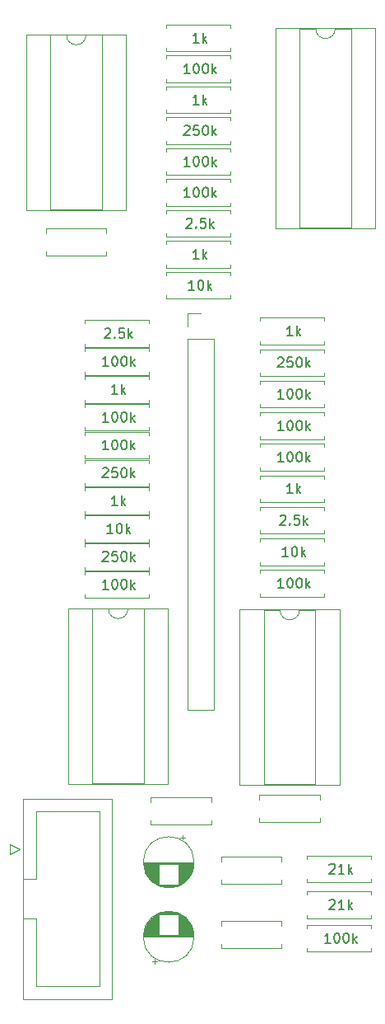
<source format=gbr>
%TF.GenerationSoftware,KiCad,Pcbnew,(6.0.0)*%
%TF.CreationDate,2022-10-17T09:45:21-04:00*%
%TF.ProjectId,ASVCA,41535643-412e-46b6-9963-61645f706362,rev?*%
%TF.SameCoordinates,Original*%
%TF.FileFunction,Legend,Top*%
%TF.FilePolarity,Positive*%
%FSLAX46Y46*%
G04 Gerber Fmt 4.6, Leading zero omitted, Abs format (unit mm)*
G04 Created by KiCad (PCBNEW (6.0.0)) date 2022-10-17 09:45:21*
%MOMM*%
%LPD*%
G01*
G04 APERTURE LIST*
%ADD10C,0.150000*%
%ADD11C,0.120000*%
G04 APERTURE END LIST*
D10*
%TO.C,R3*%
X83224333Y-110799619D02*
X83271952Y-110752000D01*
X83367190Y-110704380D01*
X83605285Y-110704380D01*
X83700523Y-110752000D01*
X83748142Y-110799619D01*
X83795761Y-110894857D01*
X83795761Y-110990095D01*
X83748142Y-111132952D01*
X83176714Y-111704380D01*
X83795761Y-111704380D01*
X84748142Y-111704380D02*
X84176714Y-111704380D01*
X84462428Y-111704380D02*
X84462428Y-110704380D01*
X84367190Y-110847238D01*
X84271952Y-110942476D01*
X84176714Y-110990095D01*
X85176714Y-111704380D02*
X85176714Y-110704380D01*
X85271952Y-111323428D02*
X85557666Y-111704380D01*
X85557666Y-111037714D02*
X85176714Y-111418666D01*
%TO.C,R25*%
X78493571Y-66174880D02*
X77922142Y-66174880D01*
X78207857Y-66174880D02*
X78207857Y-65174880D01*
X78112619Y-65317738D01*
X78017380Y-65412976D01*
X77922142Y-65460595D01*
X79112619Y-65174880D02*
X79207857Y-65174880D01*
X79303095Y-65222500D01*
X79350714Y-65270119D01*
X79398333Y-65365357D01*
X79445952Y-65555833D01*
X79445952Y-65793928D01*
X79398333Y-65984404D01*
X79350714Y-66079642D01*
X79303095Y-66127261D01*
X79207857Y-66174880D01*
X79112619Y-66174880D01*
X79017380Y-66127261D01*
X78969761Y-66079642D01*
X78922142Y-65984404D01*
X78874523Y-65793928D01*
X78874523Y-65555833D01*
X78922142Y-65365357D01*
X78969761Y-65270119D01*
X79017380Y-65222500D01*
X79112619Y-65174880D01*
X80065000Y-65174880D02*
X80160238Y-65174880D01*
X80255476Y-65222500D01*
X80303095Y-65270119D01*
X80350714Y-65365357D01*
X80398333Y-65555833D01*
X80398333Y-65793928D01*
X80350714Y-65984404D01*
X80303095Y-66079642D01*
X80255476Y-66127261D01*
X80160238Y-66174880D01*
X80065000Y-66174880D01*
X79969761Y-66127261D01*
X79922142Y-66079642D01*
X79874523Y-65984404D01*
X79826904Y-65793928D01*
X79826904Y-65555833D01*
X79874523Y-65365357D01*
X79922142Y-65270119D01*
X79969761Y-65222500D01*
X80065000Y-65174880D01*
X80826904Y-66174880D02*
X80826904Y-65174880D01*
X80922142Y-65793928D02*
X81207857Y-66174880D01*
X81207857Y-65508214D02*
X80826904Y-65889166D01*
%TO.C,R30*%
X79445952Y-56459380D02*
X78874523Y-56459380D01*
X79160238Y-56459380D02*
X79160238Y-55459380D01*
X79065000Y-55602238D01*
X78969761Y-55697476D01*
X78874523Y-55745095D01*
X79874523Y-56459380D02*
X79874523Y-55459380D01*
X79969761Y-56078428D02*
X80255476Y-56459380D01*
X80255476Y-55792714D02*
X79874523Y-56173666D01*
%TO.C,R10*%
X59888142Y-78725019D02*
X59935761Y-78677400D01*
X60031000Y-78629780D01*
X60269095Y-78629780D01*
X60364333Y-78677400D01*
X60411952Y-78725019D01*
X60459571Y-78820257D01*
X60459571Y-78915495D01*
X60411952Y-79058352D01*
X59840523Y-79629780D01*
X60459571Y-79629780D01*
X61364333Y-78629780D02*
X60888142Y-78629780D01*
X60840523Y-79105971D01*
X60888142Y-79058352D01*
X60983380Y-79010733D01*
X61221476Y-79010733D01*
X61316714Y-79058352D01*
X61364333Y-79105971D01*
X61411952Y-79201209D01*
X61411952Y-79439304D01*
X61364333Y-79534542D01*
X61316714Y-79582161D01*
X61221476Y-79629780D01*
X60983380Y-79629780D01*
X60888142Y-79582161D01*
X60840523Y-79534542D01*
X62031000Y-78629780D02*
X62126238Y-78629780D01*
X62221476Y-78677400D01*
X62269095Y-78725019D01*
X62316714Y-78820257D01*
X62364333Y-79010733D01*
X62364333Y-79248828D01*
X62316714Y-79439304D01*
X62269095Y-79534542D01*
X62221476Y-79582161D01*
X62126238Y-79629780D01*
X62031000Y-79629780D01*
X61935761Y-79582161D01*
X61888142Y-79534542D01*
X61840523Y-79439304D01*
X61792904Y-79248828D01*
X61792904Y-79010733D01*
X61840523Y-78820257D01*
X61888142Y-78725019D01*
X61935761Y-78677400D01*
X62031000Y-78629780D01*
X62792904Y-79629780D02*
X62792904Y-78629780D01*
X62888142Y-79248828D02*
X63173857Y-79629780D01*
X63173857Y-78963114D02*
X62792904Y-79344066D01*
%TO.C,R2*%
X78493571Y-82367380D02*
X77922142Y-82367380D01*
X78207857Y-82367380D02*
X78207857Y-81367380D01*
X78112619Y-81510238D01*
X78017380Y-81605476D01*
X77922142Y-81653095D01*
X79112619Y-81367380D02*
X79207857Y-81367380D01*
X79303095Y-81415000D01*
X79350714Y-81462619D01*
X79398333Y-81557857D01*
X79445952Y-81748333D01*
X79445952Y-81986428D01*
X79398333Y-82176904D01*
X79350714Y-82272142D01*
X79303095Y-82319761D01*
X79207857Y-82367380D01*
X79112619Y-82367380D01*
X79017380Y-82319761D01*
X78969761Y-82272142D01*
X78922142Y-82176904D01*
X78874523Y-81986428D01*
X78874523Y-81748333D01*
X78922142Y-81557857D01*
X78969761Y-81462619D01*
X79017380Y-81415000D01*
X79112619Y-81367380D01*
X80065000Y-81367380D02*
X80160238Y-81367380D01*
X80255476Y-81415000D01*
X80303095Y-81462619D01*
X80350714Y-81557857D01*
X80398333Y-81748333D01*
X80398333Y-81986428D01*
X80350714Y-82176904D01*
X80303095Y-82272142D01*
X80255476Y-82319761D01*
X80160238Y-82367380D01*
X80065000Y-82367380D01*
X79969761Y-82319761D01*
X79922142Y-82272142D01*
X79874523Y-82176904D01*
X79826904Y-81986428D01*
X79826904Y-81748333D01*
X79874523Y-81557857D01*
X79922142Y-81462619D01*
X79969761Y-81415000D01*
X80065000Y-81367380D01*
X80826904Y-82367380D02*
X80826904Y-81367380D01*
X80922142Y-81986428D02*
X81207857Y-82367380D01*
X81207857Y-81700714D02*
X80826904Y-82081666D01*
%TO.C,R24*%
X78493571Y-62936380D02*
X77922142Y-62936380D01*
X78207857Y-62936380D02*
X78207857Y-61936380D01*
X78112619Y-62079238D01*
X78017380Y-62174476D01*
X77922142Y-62222095D01*
X79112619Y-61936380D02*
X79207857Y-61936380D01*
X79303095Y-61984000D01*
X79350714Y-62031619D01*
X79398333Y-62126857D01*
X79445952Y-62317333D01*
X79445952Y-62555428D01*
X79398333Y-62745904D01*
X79350714Y-62841142D01*
X79303095Y-62888761D01*
X79207857Y-62936380D01*
X79112619Y-62936380D01*
X79017380Y-62888761D01*
X78969761Y-62841142D01*
X78922142Y-62745904D01*
X78874523Y-62555428D01*
X78874523Y-62317333D01*
X78922142Y-62126857D01*
X78969761Y-62031619D01*
X79017380Y-61984000D01*
X79112619Y-61936380D01*
X80065000Y-61936380D02*
X80160238Y-61936380D01*
X80255476Y-61984000D01*
X80303095Y-62031619D01*
X80350714Y-62126857D01*
X80398333Y-62317333D01*
X80398333Y-62555428D01*
X80350714Y-62745904D01*
X80303095Y-62841142D01*
X80255476Y-62888761D01*
X80160238Y-62936380D01*
X80065000Y-62936380D01*
X79969761Y-62888761D01*
X79922142Y-62841142D01*
X79874523Y-62745904D01*
X79826904Y-62555428D01*
X79826904Y-62317333D01*
X79874523Y-62126857D01*
X79922142Y-62031619D01*
X79969761Y-61984000D01*
X80065000Y-61936380D01*
X80826904Y-62936380D02*
X80826904Y-61936380D01*
X80922142Y-62555428D02*
X81207857Y-62936380D01*
X81207857Y-62269714D02*
X80826904Y-62650666D01*
%TO.C,R7*%
X68841571Y-29535380D02*
X68270142Y-29535380D01*
X68555857Y-29535380D02*
X68555857Y-28535380D01*
X68460619Y-28678238D01*
X68365380Y-28773476D01*
X68270142Y-28821095D01*
X69460619Y-28535380D02*
X69555857Y-28535380D01*
X69651095Y-28583000D01*
X69698714Y-28630619D01*
X69746333Y-28725857D01*
X69793952Y-28916333D01*
X69793952Y-29154428D01*
X69746333Y-29344904D01*
X69698714Y-29440142D01*
X69651095Y-29487761D01*
X69555857Y-29535380D01*
X69460619Y-29535380D01*
X69365380Y-29487761D01*
X69317761Y-29440142D01*
X69270142Y-29344904D01*
X69222523Y-29154428D01*
X69222523Y-28916333D01*
X69270142Y-28725857D01*
X69317761Y-28630619D01*
X69365380Y-28583000D01*
X69460619Y-28535380D01*
X70413000Y-28535380D02*
X70508238Y-28535380D01*
X70603476Y-28583000D01*
X70651095Y-28630619D01*
X70698714Y-28725857D01*
X70746333Y-28916333D01*
X70746333Y-29154428D01*
X70698714Y-29344904D01*
X70651095Y-29440142D01*
X70603476Y-29487761D01*
X70508238Y-29535380D01*
X70413000Y-29535380D01*
X70317761Y-29487761D01*
X70270142Y-29440142D01*
X70222523Y-29344904D01*
X70174904Y-29154428D01*
X70174904Y-28916333D01*
X70222523Y-28725857D01*
X70270142Y-28630619D01*
X70317761Y-28583000D01*
X70413000Y-28535380D01*
X71174904Y-29535380D02*
X71174904Y-28535380D01*
X71270142Y-29154428D02*
X71555857Y-29535380D01*
X71555857Y-28868714D02*
X71174904Y-29249666D01*
%TO.C,R5*%
X68841571Y-39060380D02*
X68270142Y-39060380D01*
X68555857Y-39060380D02*
X68555857Y-38060380D01*
X68460619Y-38203238D01*
X68365380Y-38298476D01*
X68270142Y-38346095D01*
X69460619Y-38060380D02*
X69555857Y-38060380D01*
X69651095Y-38108000D01*
X69698714Y-38155619D01*
X69746333Y-38250857D01*
X69793952Y-38441333D01*
X69793952Y-38679428D01*
X69746333Y-38869904D01*
X69698714Y-38965142D01*
X69651095Y-39012761D01*
X69555857Y-39060380D01*
X69460619Y-39060380D01*
X69365380Y-39012761D01*
X69317761Y-38965142D01*
X69270142Y-38869904D01*
X69222523Y-38679428D01*
X69222523Y-38441333D01*
X69270142Y-38250857D01*
X69317761Y-38155619D01*
X69365380Y-38108000D01*
X69460619Y-38060380D01*
X70413000Y-38060380D02*
X70508238Y-38060380D01*
X70603476Y-38108000D01*
X70651095Y-38155619D01*
X70698714Y-38250857D01*
X70746333Y-38441333D01*
X70746333Y-38679428D01*
X70698714Y-38869904D01*
X70651095Y-38965142D01*
X70603476Y-39012761D01*
X70508238Y-39060380D01*
X70413000Y-39060380D01*
X70317761Y-39012761D01*
X70270142Y-38965142D01*
X70222523Y-38869904D01*
X70174904Y-38679428D01*
X70174904Y-38441333D01*
X70222523Y-38250857D01*
X70270142Y-38155619D01*
X70317761Y-38108000D01*
X70413000Y-38060380D01*
X71174904Y-39060380D02*
X71174904Y-38060380D01*
X71270142Y-38679428D02*
X71555857Y-39060380D01*
X71555857Y-38393714D02*
X71174904Y-38774666D01*
%TO.C,R21*%
X61411952Y-62442480D02*
X60840523Y-62442480D01*
X61126238Y-62442480D02*
X61126238Y-61442480D01*
X61031000Y-61585338D01*
X60935761Y-61680576D01*
X60840523Y-61728195D01*
X61840523Y-62442480D02*
X61840523Y-61442480D01*
X61935761Y-62061528D02*
X62221476Y-62442480D01*
X62221476Y-61775814D02*
X61840523Y-62156766D01*
%TO.C,R18*%
X60459571Y-65307080D02*
X59888142Y-65307080D01*
X60173857Y-65307080D02*
X60173857Y-64307080D01*
X60078619Y-64449938D01*
X59983380Y-64545176D01*
X59888142Y-64592795D01*
X61078619Y-64307080D02*
X61173857Y-64307080D01*
X61269095Y-64354700D01*
X61316714Y-64402319D01*
X61364333Y-64497557D01*
X61411952Y-64688033D01*
X61411952Y-64926128D01*
X61364333Y-65116604D01*
X61316714Y-65211842D01*
X61269095Y-65259461D01*
X61173857Y-65307080D01*
X61078619Y-65307080D01*
X60983380Y-65259461D01*
X60935761Y-65211842D01*
X60888142Y-65116604D01*
X60840523Y-64926128D01*
X60840523Y-64688033D01*
X60888142Y-64497557D01*
X60935761Y-64402319D01*
X60983380Y-64354700D01*
X61078619Y-64307080D01*
X62031000Y-64307080D02*
X62126238Y-64307080D01*
X62221476Y-64354700D01*
X62269095Y-64402319D01*
X62316714Y-64497557D01*
X62364333Y-64688033D01*
X62364333Y-64926128D01*
X62316714Y-65116604D01*
X62269095Y-65211842D01*
X62221476Y-65259461D01*
X62126238Y-65307080D01*
X62031000Y-65307080D01*
X61935761Y-65259461D01*
X61888142Y-65211842D01*
X61840523Y-65116604D01*
X61792904Y-64926128D01*
X61792904Y-64688033D01*
X61840523Y-64497557D01*
X61888142Y-64402319D01*
X61935761Y-64354700D01*
X62031000Y-64307080D01*
X62792904Y-65307080D02*
X62792904Y-64307080D01*
X62888142Y-64926128D02*
X63173857Y-65307080D01*
X63173857Y-64640414D02*
X62792904Y-65021366D01*
%TO.C,R31*%
X78160238Y-74985619D02*
X78207857Y-74938000D01*
X78303095Y-74890380D01*
X78541190Y-74890380D01*
X78636428Y-74938000D01*
X78684047Y-74985619D01*
X78731666Y-75080857D01*
X78731666Y-75176095D01*
X78684047Y-75318952D01*
X78112619Y-75890380D01*
X78731666Y-75890380D01*
X79160238Y-75795142D02*
X79207857Y-75842761D01*
X79160238Y-75890380D01*
X79112619Y-75842761D01*
X79160238Y-75795142D01*
X79160238Y-75890380D01*
X80112619Y-74890380D02*
X79636428Y-74890380D01*
X79588809Y-75366571D01*
X79636428Y-75318952D01*
X79731666Y-75271333D01*
X79969761Y-75271333D01*
X80065000Y-75318952D01*
X80112619Y-75366571D01*
X80160238Y-75461809D01*
X80160238Y-75699904D01*
X80112619Y-75795142D01*
X80065000Y-75842761D01*
X79969761Y-75890380D01*
X79731666Y-75890380D01*
X79636428Y-75842761D01*
X79588809Y-75795142D01*
X80588809Y-75890380D02*
X80588809Y-74890380D01*
X80684047Y-75509428D02*
X80969761Y-75890380D01*
X80969761Y-75223714D02*
X80588809Y-75604666D01*
%TO.C,R4*%
X83224333Y-114482619D02*
X83271952Y-114435000D01*
X83367190Y-114387380D01*
X83605285Y-114387380D01*
X83700523Y-114435000D01*
X83748142Y-114482619D01*
X83795761Y-114577857D01*
X83795761Y-114673095D01*
X83748142Y-114815952D01*
X83176714Y-115387380D01*
X83795761Y-115387380D01*
X84748142Y-115387380D02*
X84176714Y-115387380D01*
X84462428Y-115387380D02*
X84462428Y-114387380D01*
X84367190Y-114530238D01*
X84271952Y-114625476D01*
X84176714Y-114673095D01*
X85176714Y-115387380D02*
X85176714Y-114387380D01*
X85271952Y-115006428D02*
X85557666Y-115387380D01*
X85557666Y-114720714D02*
X85176714Y-115101666D01*
%TO.C,R15*%
X68508238Y-44505619D02*
X68555857Y-44458000D01*
X68651095Y-44410380D01*
X68889190Y-44410380D01*
X68984428Y-44458000D01*
X69032047Y-44505619D01*
X69079666Y-44600857D01*
X69079666Y-44696095D01*
X69032047Y-44838952D01*
X68460619Y-45410380D01*
X69079666Y-45410380D01*
X69508238Y-45315142D02*
X69555857Y-45362761D01*
X69508238Y-45410380D01*
X69460619Y-45362761D01*
X69508238Y-45315142D01*
X69508238Y-45410380D01*
X70460619Y-44410380D02*
X69984428Y-44410380D01*
X69936809Y-44886571D01*
X69984428Y-44838952D01*
X70079666Y-44791333D01*
X70317761Y-44791333D01*
X70413000Y-44838952D01*
X70460619Y-44886571D01*
X70508238Y-44981809D01*
X70508238Y-45219904D01*
X70460619Y-45315142D01*
X70413000Y-45362761D01*
X70317761Y-45410380D01*
X70079666Y-45410380D01*
X69984428Y-45362761D01*
X69936809Y-45315142D01*
X70936809Y-45410380D02*
X70936809Y-44410380D01*
X71032047Y-45029428D02*
X71317761Y-45410380D01*
X71317761Y-44743714D02*
X70936809Y-45124666D01*
%TO.C,R6*%
X60459571Y-68171580D02*
X59888142Y-68171580D01*
X60173857Y-68171580D02*
X60173857Y-67171580D01*
X60078619Y-67314438D01*
X59983380Y-67409676D01*
X59888142Y-67457295D01*
X61078619Y-67171580D02*
X61173857Y-67171580D01*
X61269095Y-67219200D01*
X61316714Y-67266819D01*
X61364333Y-67362057D01*
X61411952Y-67552533D01*
X61411952Y-67790628D01*
X61364333Y-67981104D01*
X61316714Y-68076342D01*
X61269095Y-68123961D01*
X61173857Y-68171580D01*
X61078619Y-68171580D01*
X60983380Y-68123961D01*
X60935761Y-68076342D01*
X60888142Y-67981104D01*
X60840523Y-67790628D01*
X60840523Y-67552533D01*
X60888142Y-67362057D01*
X60935761Y-67266819D01*
X60983380Y-67219200D01*
X61078619Y-67171580D01*
X62031000Y-67171580D02*
X62126238Y-67171580D01*
X62221476Y-67219200D01*
X62269095Y-67266819D01*
X62316714Y-67362057D01*
X62364333Y-67552533D01*
X62364333Y-67790628D01*
X62316714Y-67981104D01*
X62269095Y-68076342D01*
X62221476Y-68123961D01*
X62126238Y-68171580D01*
X62031000Y-68171580D01*
X61935761Y-68123961D01*
X61888142Y-68076342D01*
X61840523Y-67981104D01*
X61792904Y-67790628D01*
X61792904Y-67552533D01*
X61840523Y-67362057D01*
X61888142Y-67266819D01*
X61935761Y-67219200D01*
X62031000Y-67171580D01*
X62792904Y-68171580D02*
X62792904Y-67171580D01*
X62888142Y-67790628D02*
X63173857Y-68171580D01*
X63173857Y-67504914D02*
X62792904Y-67885866D01*
%TO.C,R19*%
X59888142Y-70131419D02*
X59935761Y-70083800D01*
X60031000Y-70036180D01*
X60269095Y-70036180D01*
X60364333Y-70083800D01*
X60411952Y-70131419D01*
X60459571Y-70226657D01*
X60459571Y-70321895D01*
X60411952Y-70464752D01*
X59840523Y-71036180D01*
X60459571Y-71036180D01*
X61364333Y-70036180D02*
X60888142Y-70036180D01*
X60840523Y-70512371D01*
X60888142Y-70464752D01*
X60983380Y-70417133D01*
X61221476Y-70417133D01*
X61316714Y-70464752D01*
X61364333Y-70512371D01*
X61411952Y-70607609D01*
X61411952Y-70845704D01*
X61364333Y-70940942D01*
X61316714Y-70988561D01*
X61221476Y-71036180D01*
X60983380Y-71036180D01*
X60888142Y-70988561D01*
X60840523Y-70940942D01*
X62031000Y-70036180D02*
X62126238Y-70036180D01*
X62221476Y-70083800D01*
X62269095Y-70131419D01*
X62316714Y-70226657D01*
X62364333Y-70417133D01*
X62364333Y-70655228D01*
X62316714Y-70845704D01*
X62269095Y-70940942D01*
X62221476Y-70988561D01*
X62126238Y-71036180D01*
X62031000Y-71036180D01*
X61935761Y-70988561D01*
X61888142Y-70940942D01*
X61840523Y-70845704D01*
X61792904Y-70655228D01*
X61792904Y-70417133D01*
X61840523Y-70226657D01*
X61888142Y-70131419D01*
X61935761Y-70083800D01*
X62031000Y-70036180D01*
X62792904Y-71036180D02*
X62792904Y-70036180D01*
X62888142Y-70655228D02*
X63173857Y-71036180D01*
X63173857Y-70369514D02*
X62792904Y-70750466D01*
%TO.C,R9*%
X68270142Y-34980619D02*
X68317761Y-34933000D01*
X68413000Y-34885380D01*
X68651095Y-34885380D01*
X68746333Y-34933000D01*
X68793952Y-34980619D01*
X68841571Y-35075857D01*
X68841571Y-35171095D01*
X68793952Y-35313952D01*
X68222523Y-35885380D01*
X68841571Y-35885380D01*
X69746333Y-34885380D02*
X69270142Y-34885380D01*
X69222523Y-35361571D01*
X69270142Y-35313952D01*
X69365380Y-35266333D01*
X69603476Y-35266333D01*
X69698714Y-35313952D01*
X69746333Y-35361571D01*
X69793952Y-35456809D01*
X69793952Y-35694904D01*
X69746333Y-35790142D01*
X69698714Y-35837761D01*
X69603476Y-35885380D01*
X69365380Y-35885380D01*
X69270142Y-35837761D01*
X69222523Y-35790142D01*
X70413000Y-34885380D02*
X70508238Y-34885380D01*
X70603476Y-34933000D01*
X70651095Y-34980619D01*
X70698714Y-35075857D01*
X70746333Y-35266333D01*
X70746333Y-35504428D01*
X70698714Y-35694904D01*
X70651095Y-35790142D01*
X70603476Y-35837761D01*
X70508238Y-35885380D01*
X70413000Y-35885380D01*
X70317761Y-35837761D01*
X70270142Y-35790142D01*
X70222523Y-35694904D01*
X70174904Y-35504428D01*
X70174904Y-35266333D01*
X70222523Y-35075857D01*
X70270142Y-34980619D01*
X70317761Y-34933000D01*
X70413000Y-34885380D01*
X71174904Y-35885380D02*
X71174904Y-34885380D01*
X71270142Y-35504428D02*
X71555857Y-35885380D01*
X71555857Y-35218714D02*
X71174904Y-35599666D01*
%TO.C,R27*%
X77922142Y-58793119D02*
X77969761Y-58745500D01*
X78065000Y-58697880D01*
X78303095Y-58697880D01*
X78398333Y-58745500D01*
X78445952Y-58793119D01*
X78493571Y-58888357D01*
X78493571Y-58983595D01*
X78445952Y-59126452D01*
X77874523Y-59697880D01*
X78493571Y-59697880D01*
X79398333Y-58697880D02*
X78922142Y-58697880D01*
X78874523Y-59174071D01*
X78922142Y-59126452D01*
X79017380Y-59078833D01*
X79255476Y-59078833D01*
X79350714Y-59126452D01*
X79398333Y-59174071D01*
X79445952Y-59269309D01*
X79445952Y-59507404D01*
X79398333Y-59602642D01*
X79350714Y-59650261D01*
X79255476Y-59697880D01*
X79017380Y-59697880D01*
X78922142Y-59650261D01*
X78874523Y-59602642D01*
X80065000Y-58697880D02*
X80160238Y-58697880D01*
X80255476Y-58745500D01*
X80303095Y-58793119D01*
X80350714Y-58888357D01*
X80398333Y-59078833D01*
X80398333Y-59316928D01*
X80350714Y-59507404D01*
X80303095Y-59602642D01*
X80255476Y-59650261D01*
X80160238Y-59697880D01*
X80065000Y-59697880D01*
X79969761Y-59650261D01*
X79922142Y-59602642D01*
X79874523Y-59507404D01*
X79826904Y-59316928D01*
X79826904Y-59078833D01*
X79874523Y-58888357D01*
X79922142Y-58793119D01*
X79969761Y-58745500D01*
X80065000Y-58697880D01*
X80826904Y-59697880D02*
X80826904Y-58697880D01*
X80922142Y-59316928D02*
X81207857Y-59697880D01*
X81207857Y-59031214D02*
X80826904Y-59412166D01*
%TO.C,R17*%
X60459571Y-82494380D02*
X59888142Y-82494380D01*
X60173857Y-82494380D02*
X60173857Y-81494380D01*
X60078619Y-81637238D01*
X59983380Y-81732476D01*
X59888142Y-81780095D01*
X61078619Y-81494380D02*
X61173857Y-81494380D01*
X61269095Y-81542000D01*
X61316714Y-81589619D01*
X61364333Y-81684857D01*
X61411952Y-81875333D01*
X61411952Y-82113428D01*
X61364333Y-82303904D01*
X61316714Y-82399142D01*
X61269095Y-82446761D01*
X61173857Y-82494380D01*
X61078619Y-82494380D01*
X60983380Y-82446761D01*
X60935761Y-82399142D01*
X60888142Y-82303904D01*
X60840523Y-82113428D01*
X60840523Y-81875333D01*
X60888142Y-81684857D01*
X60935761Y-81589619D01*
X60983380Y-81542000D01*
X61078619Y-81494380D01*
X62031000Y-81494380D02*
X62126238Y-81494380D01*
X62221476Y-81542000D01*
X62269095Y-81589619D01*
X62316714Y-81684857D01*
X62364333Y-81875333D01*
X62364333Y-82113428D01*
X62316714Y-82303904D01*
X62269095Y-82399142D01*
X62221476Y-82446761D01*
X62126238Y-82494380D01*
X62031000Y-82494380D01*
X61935761Y-82446761D01*
X61888142Y-82399142D01*
X61840523Y-82303904D01*
X61792904Y-82113428D01*
X61792904Y-81875333D01*
X61840523Y-81684857D01*
X61888142Y-81589619D01*
X61935761Y-81542000D01*
X62031000Y-81494380D01*
X62792904Y-82494380D02*
X62792904Y-81494380D01*
X62888142Y-82113428D02*
X63173857Y-82494380D01*
X63173857Y-81827714D02*
X62792904Y-82208666D01*
%TO.C,R28*%
X78969761Y-79128880D02*
X78398333Y-79128880D01*
X78684047Y-79128880D02*
X78684047Y-78128880D01*
X78588809Y-78271738D01*
X78493571Y-78366976D01*
X78398333Y-78414595D01*
X79588809Y-78128880D02*
X79684047Y-78128880D01*
X79779285Y-78176500D01*
X79826904Y-78224119D01*
X79874523Y-78319357D01*
X79922142Y-78509833D01*
X79922142Y-78747928D01*
X79874523Y-78938404D01*
X79826904Y-79033642D01*
X79779285Y-79081261D01*
X79684047Y-79128880D01*
X79588809Y-79128880D01*
X79493571Y-79081261D01*
X79445952Y-79033642D01*
X79398333Y-78938404D01*
X79350714Y-78747928D01*
X79350714Y-78509833D01*
X79398333Y-78319357D01*
X79445952Y-78224119D01*
X79493571Y-78176500D01*
X79588809Y-78128880D01*
X80350714Y-79128880D02*
X80350714Y-78128880D01*
X80445952Y-78747928D02*
X80731666Y-79128880D01*
X80731666Y-78462214D02*
X80350714Y-78843166D01*
%TO.C,R20*%
X60935761Y-76765280D02*
X60364333Y-76765280D01*
X60650047Y-76765280D02*
X60650047Y-75765280D01*
X60554809Y-75908138D01*
X60459571Y-76003376D01*
X60364333Y-76050995D01*
X61554809Y-75765280D02*
X61650047Y-75765280D01*
X61745285Y-75812900D01*
X61792904Y-75860519D01*
X61840523Y-75955757D01*
X61888142Y-76146233D01*
X61888142Y-76384328D01*
X61840523Y-76574804D01*
X61792904Y-76670042D01*
X61745285Y-76717661D01*
X61650047Y-76765280D01*
X61554809Y-76765280D01*
X61459571Y-76717661D01*
X61411952Y-76670042D01*
X61364333Y-76574804D01*
X61316714Y-76384328D01*
X61316714Y-76146233D01*
X61364333Y-75955757D01*
X61411952Y-75860519D01*
X61459571Y-75812900D01*
X61554809Y-75765280D01*
X62316714Y-76765280D02*
X62316714Y-75765280D01*
X62411952Y-76384328D02*
X62697666Y-76765280D01*
X62697666Y-76098614D02*
X62316714Y-76479566D01*
%TO.C,R26*%
X78493571Y-69413380D02*
X77922142Y-69413380D01*
X78207857Y-69413380D02*
X78207857Y-68413380D01*
X78112619Y-68556238D01*
X78017380Y-68651476D01*
X77922142Y-68699095D01*
X79112619Y-68413380D02*
X79207857Y-68413380D01*
X79303095Y-68461000D01*
X79350714Y-68508619D01*
X79398333Y-68603857D01*
X79445952Y-68794333D01*
X79445952Y-69032428D01*
X79398333Y-69222904D01*
X79350714Y-69318142D01*
X79303095Y-69365761D01*
X79207857Y-69413380D01*
X79112619Y-69413380D01*
X79017380Y-69365761D01*
X78969761Y-69318142D01*
X78922142Y-69222904D01*
X78874523Y-69032428D01*
X78874523Y-68794333D01*
X78922142Y-68603857D01*
X78969761Y-68508619D01*
X79017380Y-68461000D01*
X79112619Y-68413380D01*
X80065000Y-68413380D02*
X80160238Y-68413380D01*
X80255476Y-68461000D01*
X80303095Y-68508619D01*
X80350714Y-68603857D01*
X80398333Y-68794333D01*
X80398333Y-69032428D01*
X80350714Y-69222904D01*
X80303095Y-69318142D01*
X80255476Y-69365761D01*
X80160238Y-69413380D01*
X80065000Y-69413380D01*
X79969761Y-69365761D01*
X79922142Y-69318142D01*
X79874523Y-69222904D01*
X79826904Y-69032428D01*
X79826904Y-68794333D01*
X79874523Y-68603857D01*
X79922142Y-68508619D01*
X79969761Y-68461000D01*
X80065000Y-68413380D01*
X80826904Y-69413380D02*
X80826904Y-68413380D01*
X80922142Y-69032428D02*
X81207857Y-69413380D01*
X81207857Y-68746714D02*
X80826904Y-69127666D01*
%TO.C,R12*%
X69793952Y-32710380D02*
X69222523Y-32710380D01*
X69508238Y-32710380D02*
X69508238Y-31710380D01*
X69413000Y-31853238D01*
X69317761Y-31948476D01*
X69222523Y-31996095D01*
X70222523Y-32710380D02*
X70222523Y-31710380D01*
X70317761Y-32329428D02*
X70603476Y-32710380D01*
X70603476Y-32043714D02*
X70222523Y-32424666D01*
%TO.C,R14*%
X69793952Y-48585380D02*
X69222523Y-48585380D01*
X69508238Y-48585380D02*
X69508238Y-47585380D01*
X69413000Y-47728238D01*
X69317761Y-47823476D01*
X69222523Y-47871095D01*
X70222523Y-48585380D02*
X70222523Y-47585380D01*
X70317761Y-48204428D02*
X70603476Y-48585380D01*
X70603476Y-47918714D02*
X70222523Y-48299666D01*
%TO.C,R8*%
X68841571Y-42235380D02*
X68270142Y-42235380D01*
X68555857Y-42235380D02*
X68555857Y-41235380D01*
X68460619Y-41378238D01*
X68365380Y-41473476D01*
X68270142Y-41521095D01*
X69460619Y-41235380D02*
X69555857Y-41235380D01*
X69651095Y-41283000D01*
X69698714Y-41330619D01*
X69746333Y-41425857D01*
X69793952Y-41616333D01*
X69793952Y-41854428D01*
X69746333Y-42044904D01*
X69698714Y-42140142D01*
X69651095Y-42187761D01*
X69555857Y-42235380D01*
X69460619Y-42235380D01*
X69365380Y-42187761D01*
X69317761Y-42140142D01*
X69270142Y-42044904D01*
X69222523Y-41854428D01*
X69222523Y-41616333D01*
X69270142Y-41425857D01*
X69317761Y-41330619D01*
X69365380Y-41283000D01*
X69460619Y-41235380D01*
X70413000Y-41235380D02*
X70508238Y-41235380D01*
X70603476Y-41283000D01*
X70651095Y-41330619D01*
X70698714Y-41425857D01*
X70746333Y-41616333D01*
X70746333Y-41854428D01*
X70698714Y-42044904D01*
X70651095Y-42140142D01*
X70603476Y-42187761D01*
X70508238Y-42235380D01*
X70413000Y-42235380D01*
X70317761Y-42187761D01*
X70270142Y-42140142D01*
X70222523Y-42044904D01*
X70174904Y-41854428D01*
X70174904Y-41616333D01*
X70222523Y-41425857D01*
X70270142Y-41330619D01*
X70317761Y-41283000D01*
X70413000Y-41235380D01*
X71174904Y-42235380D02*
X71174904Y-41235380D01*
X71270142Y-41854428D02*
X71555857Y-42235380D01*
X71555857Y-41568714D02*
X71174904Y-41949666D01*
%TO.C,R22*%
X61411952Y-73900680D02*
X60840523Y-73900680D01*
X61126238Y-73900680D02*
X61126238Y-72900680D01*
X61031000Y-73043538D01*
X60935761Y-73138776D01*
X60840523Y-73186395D01*
X61840523Y-73900680D02*
X61840523Y-72900680D01*
X61935761Y-73519728D02*
X62221476Y-73900680D01*
X62221476Y-73234014D02*
X61840523Y-73614966D01*
%TO.C,R29*%
X79445952Y-72651880D02*
X78874523Y-72651880D01*
X79160238Y-72651880D02*
X79160238Y-71651880D01*
X79065000Y-71794738D01*
X78969761Y-71889976D01*
X78874523Y-71937595D01*
X79874523Y-72651880D02*
X79874523Y-71651880D01*
X79969761Y-72270928D02*
X80255476Y-72651880D01*
X80255476Y-71985214D02*
X79874523Y-72366166D01*
%TO.C,R1*%
X83319571Y-118816380D02*
X82748142Y-118816380D01*
X83033857Y-118816380D02*
X83033857Y-117816380D01*
X82938619Y-117959238D01*
X82843380Y-118054476D01*
X82748142Y-118102095D01*
X83938619Y-117816380D02*
X84033857Y-117816380D01*
X84129095Y-117864000D01*
X84176714Y-117911619D01*
X84224333Y-118006857D01*
X84271952Y-118197333D01*
X84271952Y-118435428D01*
X84224333Y-118625904D01*
X84176714Y-118721142D01*
X84129095Y-118768761D01*
X84033857Y-118816380D01*
X83938619Y-118816380D01*
X83843380Y-118768761D01*
X83795761Y-118721142D01*
X83748142Y-118625904D01*
X83700523Y-118435428D01*
X83700523Y-118197333D01*
X83748142Y-118006857D01*
X83795761Y-117911619D01*
X83843380Y-117864000D01*
X83938619Y-117816380D01*
X84891000Y-117816380D02*
X84986238Y-117816380D01*
X85081476Y-117864000D01*
X85129095Y-117911619D01*
X85176714Y-118006857D01*
X85224333Y-118197333D01*
X85224333Y-118435428D01*
X85176714Y-118625904D01*
X85129095Y-118721142D01*
X85081476Y-118768761D01*
X84986238Y-118816380D01*
X84891000Y-118816380D01*
X84795761Y-118768761D01*
X84748142Y-118721142D01*
X84700523Y-118625904D01*
X84652904Y-118435428D01*
X84652904Y-118197333D01*
X84700523Y-118006857D01*
X84748142Y-117911619D01*
X84795761Y-117864000D01*
X84891000Y-117816380D01*
X85652904Y-118816380D02*
X85652904Y-117816380D01*
X85748142Y-118435428D02*
X86033857Y-118816380D01*
X86033857Y-118149714D02*
X85652904Y-118530666D01*
%TO.C,R16*%
X60459571Y-59577980D02*
X59888142Y-59577980D01*
X60173857Y-59577980D02*
X60173857Y-58577980D01*
X60078619Y-58720838D01*
X59983380Y-58816076D01*
X59888142Y-58863695D01*
X61078619Y-58577980D02*
X61173857Y-58577980D01*
X61269095Y-58625600D01*
X61316714Y-58673219D01*
X61364333Y-58768457D01*
X61411952Y-58958933D01*
X61411952Y-59197028D01*
X61364333Y-59387504D01*
X61316714Y-59482742D01*
X61269095Y-59530361D01*
X61173857Y-59577980D01*
X61078619Y-59577980D01*
X60983380Y-59530361D01*
X60935761Y-59482742D01*
X60888142Y-59387504D01*
X60840523Y-59197028D01*
X60840523Y-58958933D01*
X60888142Y-58768457D01*
X60935761Y-58673219D01*
X60983380Y-58625600D01*
X61078619Y-58577980D01*
X62031000Y-58577980D02*
X62126238Y-58577980D01*
X62221476Y-58625600D01*
X62269095Y-58673219D01*
X62316714Y-58768457D01*
X62364333Y-58958933D01*
X62364333Y-59197028D01*
X62316714Y-59387504D01*
X62269095Y-59482742D01*
X62221476Y-59530361D01*
X62126238Y-59577980D01*
X62031000Y-59577980D01*
X61935761Y-59530361D01*
X61888142Y-59482742D01*
X61840523Y-59387504D01*
X61792904Y-59197028D01*
X61792904Y-58958933D01*
X61840523Y-58768457D01*
X61888142Y-58673219D01*
X61935761Y-58625600D01*
X62031000Y-58577980D01*
X62792904Y-59577980D02*
X62792904Y-58577980D01*
X62888142Y-59197028D02*
X63173857Y-59577980D01*
X63173857Y-58911314D02*
X62792904Y-59292266D01*
%TO.C,R11*%
X69317761Y-51760380D02*
X68746333Y-51760380D01*
X69032047Y-51760380D02*
X69032047Y-50760380D01*
X68936809Y-50903238D01*
X68841571Y-50998476D01*
X68746333Y-51046095D01*
X69936809Y-50760380D02*
X70032047Y-50760380D01*
X70127285Y-50808000D01*
X70174904Y-50855619D01*
X70222523Y-50950857D01*
X70270142Y-51141333D01*
X70270142Y-51379428D01*
X70222523Y-51569904D01*
X70174904Y-51665142D01*
X70127285Y-51712761D01*
X70032047Y-51760380D01*
X69936809Y-51760380D01*
X69841571Y-51712761D01*
X69793952Y-51665142D01*
X69746333Y-51569904D01*
X69698714Y-51379428D01*
X69698714Y-51141333D01*
X69746333Y-50950857D01*
X69793952Y-50855619D01*
X69841571Y-50808000D01*
X69936809Y-50760380D01*
X70698714Y-51760380D02*
X70698714Y-50760380D01*
X70793952Y-51379428D02*
X71079666Y-51760380D01*
X71079666Y-51093714D02*
X70698714Y-51474666D01*
%TO.C,R23*%
X60126238Y-55808619D02*
X60173857Y-55761000D01*
X60269095Y-55713380D01*
X60507190Y-55713380D01*
X60602428Y-55761000D01*
X60650047Y-55808619D01*
X60697666Y-55903857D01*
X60697666Y-55999095D01*
X60650047Y-56141952D01*
X60078619Y-56713380D01*
X60697666Y-56713380D01*
X61126238Y-56618142D02*
X61173857Y-56665761D01*
X61126238Y-56713380D01*
X61078619Y-56665761D01*
X61126238Y-56618142D01*
X61126238Y-56713380D01*
X62078619Y-55713380D02*
X61602428Y-55713380D01*
X61554809Y-56189571D01*
X61602428Y-56141952D01*
X61697666Y-56094333D01*
X61935761Y-56094333D01*
X62031000Y-56141952D01*
X62078619Y-56189571D01*
X62126238Y-56284809D01*
X62126238Y-56522904D01*
X62078619Y-56618142D01*
X62031000Y-56665761D01*
X61935761Y-56713380D01*
X61697666Y-56713380D01*
X61602428Y-56665761D01*
X61554809Y-56618142D01*
X62554809Y-56713380D02*
X62554809Y-55713380D01*
X62650047Y-56332428D02*
X62935761Y-56713380D01*
X62935761Y-56046714D02*
X62554809Y-56427666D01*
%TO.C,R13*%
X69793952Y-26360380D02*
X69222523Y-26360380D01*
X69508238Y-26360380D02*
X69508238Y-25360380D01*
X69413000Y-25503238D01*
X69317761Y-25598476D01*
X69222523Y-25646095D01*
X70222523Y-26360380D02*
X70222523Y-25360380D01*
X70317761Y-25979428D02*
X70603476Y-26360380D01*
X70603476Y-25693714D02*
X70222523Y-26074666D01*
D11*
%TO.C,C1*%
X68985000Y-111695900D02*
X67715000Y-111695900D01*
X65635000Y-111014900D02*
X64139000Y-111014900D01*
X69254000Y-110614900D02*
X64096000Y-110614900D01*
X68280000Y-112575900D02*
X67715000Y-112575900D01*
X65635000Y-112415900D02*
X64890000Y-112415900D01*
X65635000Y-111855900D02*
X64451000Y-111855900D01*
X65635000Y-112335900D02*
X64811000Y-112335900D01*
X69166000Y-111214900D02*
X67715000Y-111214900D01*
X68850000Y-111935900D02*
X67715000Y-111935900D01*
X68770000Y-112055900D02*
X67715000Y-112055900D01*
X68922000Y-111815900D02*
X67715000Y-111815900D01*
X65635000Y-112695900D02*
X65232000Y-112695900D01*
X65635000Y-111615900D02*
X64327000Y-111615900D01*
X69255000Y-110574900D02*
X64095000Y-110574900D01*
X67773000Y-112895900D02*
X65577000Y-112895900D01*
X65635000Y-111655900D02*
X64346000Y-111655900D01*
X68328000Y-112535900D02*
X67715000Y-112535900D01*
X65635000Y-111134900D02*
X64164000Y-111134900D01*
X67926000Y-112815900D02*
X67715000Y-112815900D01*
X68460000Y-112415900D02*
X67715000Y-112415900D01*
X65635000Y-111575900D02*
X64310000Y-111575900D01*
X69240000Y-110814900D02*
X67715000Y-110814900D01*
X69231000Y-110894900D02*
X67715000Y-110894900D01*
X69251000Y-110694900D02*
X64099000Y-110694900D01*
X67853000Y-112855900D02*
X65497000Y-112855900D01*
X69186000Y-111134900D02*
X67715000Y-111134900D01*
X68797000Y-112015900D02*
X67715000Y-112015900D01*
X65635000Y-111935900D02*
X64500000Y-111935900D01*
X65635000Y-112255900D02*
X64738000Y-112255900D01*
X69143000Y-111295900D02*
X67715000Y-111295900D01*
X69248000Y-110734900D02*
X64102000Y-110734900D01*
X69211000Y-111014900D02*
X67715000Y-111014900D01*
X69023000Y-111615900D02*
X67715000Y-111615900D01*
X65635000Y-111375900D02*
X64233000Y-111375900D01*
X65635000Y-112095900D02*
X64610000Y-112095900D01*
X65635000Y-110934900D02*
X64125000Y-110934900D01*
X67590000Y-112975900D02*
X65760000Y-112975900D01*
X65635000Y-111975900D02*
X64526000Y-111975900D01*
X65635000Y-111775900D02*
X64407000Y-111775900D01*
X65635000Y-111815900D02*
X64428000Y-111815900D01*
X65635000Y-112015900D02*
X64553000Y-112015900D01*
X69225000Y-110934900D02*
X67715000Y-110934900D01*
X67352000Y-113055900D02*
X65998000Y-113055900D01*
X69253000Y-110654900D02*
X64097000Y-110654900D01*
X65635000Y-112055900D02*
X64580000Y-112055900D01*
X65635000Y-112775900D02*
X65356000Y-112775900D01*
X65635000Y-110974900D02*
X64132000Y-110974900D01*
X65635000Y-112615900D02*
X65121000Y-112615900D01*
X65635000Y-112215900D02*
X64704000Y-112215900D01*
X65635000Y-111535900D02*
X64293000Y-111535900D01*
X66959000Y-113135900D02*
X66391000Y-113135900D01*
X65635000Y-112495900D02*
X64976000Y-112495900D01*
X68875000Y-111895900D02*
X67715000Y-111895900D01*
X65635000Y-111295900D02*
X64207000Y-111295900D01*
X65635000Y-110854900D02*
X64114000Y-110854900D01*
X69130000Y-111335900D02*
X67715000Y-111335900D01*
X68539000Y-112335900D02*
X67715000Y-112335900D01*
X65635000Y-112655900D02*
X65175000Y-112655900D01*
X65635000Y-111735900D02*
X64385000Y-111735900D01*
X65635000Y-112455900D02*
X64932000Y-112455900D01*
X67193000Y-113095900D02*
X66157000Y-113095900D01*
X65635000Y-112175900D02*
X64671000Y-112175900D01*
X69103000Y-111415900D02*
X67715000Y-111415900D01*
X65635000Y-110894900D02*
X64119000Y-110894900D01*
X68501000Y-112375900D02*
X67715000Y-112375900D01*
X65635000Y-111415900D02*
X64247000Y-111415900D01*
X68374000Y-112495900D02*
X67715000Y-112495900D01*
X68118000Y-112695900D02*
X67715000Y-112695900D01*
X65635000Y-110774900D02*
X64106000Y-110774900D01*
X65635000Y-112815900D02*
X65424000Y-112815900D01*
X65635000Y-111054900D02*
X64147000Y-111054900D01*
X68150000Y-107730125D02*
X68150000Y-108230125D01*
X68576000Y-112295900D02*
X67715000Y-112295900D01*
X68175000Y-112655900D02*
X67715000Y-112655900D01*
X68058000Y-112735900D02*
X67715000Y-112735900D01*
X65635000Y-111255900D02*
X64195000Y-111255900D01*
X69040000Y-111575900D02*
X67715000Y-111575900D01*
X69255000Y-110534900D02*
X64095000Y-110534900D01*
X65635000Y-112575900D02*
X65070000Y-112575900D01*
X69089000Y-111455900D02*
X67715000Y-111455900D01*
X68646000Y-112215900D02*
X67715000Y-112215900D01*
X67686000Y-112935900D02*
X65664000Y-112935900D01*
X69203000Y-111054900D02*
X67715000Y-111054900D01*
X69195000Y-111094900D02*
X67715000Y-111094900D01*
X65635000Y-111094900D02*
X64155000Y-111094900D01*
X69057000Y-111535900D02*
X67715000Y-111535900D01*
X65635000Y-111174900D02*
X64174000Y-111174900D01*
X69117000Y-111375900D02*
X67715000Y-111375900D01*
X65635000Y-111335900D02*
X64220000Y-111335900D01*
X65635000Y-111495900D02*
X64277000Y-111495900D01*
X65635000Y-112735900D02*
X65292000Y-112735900D01*
X68679000Y-112175900D02*
X67715000Y-112175900D01*
X67994000Y-112775900D02*
X67715000Y-112775900D01*
X68740000Y-112095900D02*
X67715000Y-112095900D01*
X69176000Y-111174900D02*
X67715000Y-111174900D01*
X69073000Y-111495900D02*
X67715000Y-111495900D01*
X69155000Y-111255900D02*
X67715000Y-111255900D01*
X68824000Y-111975900D02*
X67715000Y-111975900D01*
X65635000Y-112535900D02*
X65022000Y-112535900D01*
X68710000Y-112135900D02*
X67715000Y-112135900D01*
X69236000Y-110854900D02*
X67715000Y-110854900D01*
X65635000Y-111695900D02*
X64365000Y-111695900D01*
X65635000Y-112135900D02*
X64640000Y-112135900D01*
X65635000Y-112375900D02*
X64849000Y-112375900D01*
X68965000Y-111735900D02*
X67715000Y-111735900D01*
X68943000Y-111775900D02*
X67715000Y-111775900D01*
X65635000Y-111455900D02*
X64261000Y-111455900D01*
X68229000Y-112615900D02*
X67715000Y-112615900D01*
X65635000Y-112295900D02*
X64774000Y-112295900D01*
X68400000Y-107980125D02*
X67900000Y-107980125D01*
X65635000Y-110814900D02*
X64110000Y-110814900D01*
X65635000Y-111895900D02*
X64475000Y-111895900D01*
X68899000Y-111855900D02*
X67715000Y-111855900D01*
X68612000Y-112255900D02*
X67715000Y-112255900D01*
X69244000Y-110774900D02*
X67715000Y-110774900D01*
X69218000Y-110974900D02*
X67715000Y-110974900D01*
X65635000Y-111214900D02*
X64184000Y-111214900D01*
X67480000Y-113015900D02*
X65870000Y-113015900D01*
X69004000Y-111655900D02*
X67715000Y-111655900D01*
X68418000Y-112455900D02*
X67715000Y-112455900D01*
X69295000Y-110534900D02*
G75*
G03*
X69295000Y-110534900I-2620000J0D01*
G01*
%TO.C,R3*%
X87471000Y-112622000D02*
X87471000Y-112292000D01*
X80931000Y-110212000D02*
X80931000Y-109882000D01*
X87471000Y-109882000D02*
X87471000Y-110212000D01*
X80931000Y-112622000D02*
X87471000Y-112622000D01*
X80931000Y-112292000D02*
X80931000Y-112622000D01*
X80931000Y-109882000D02*
X87471000Y-109882000D01*
%TO.C,R25*%
X76105000Y-64682500D02*
X76105000Y-64352500D01*
X82645000Y-67092500D02*
X82645000Y-66762500D01*
X82645000Y-64352500D02*
X82645000Y-64682500D01*
X76105000Y-66762500D02*
X76105000Y-67092500D01*
X76105000Y-64352500D02*
X82645000Y-64352500D01*
X76105000Y-67092500D02*
X82645000Y-67092500D01*
%TO.C,R30*%
X76105000Y-54967000D02*
X76105000Y-54637000D01*
X82645000Y-54637000D02*
X82645000Y-54967000D01*
X76105000Y-54637000D02*
X82645000Y-54637000D01*
X76105000Y-57377000D02*
X82645000Y-57377000D01*
X76105000Y-57047000D02*
X76105000Y-57377000D01*
X82645000Y-57377000D02*
X82645000Y-57047000D01*
%TO.C,R10*%
X58071000Y-80547400D02*
X64611000Y-80547400D01*
X64611000Y-80547400D02*
X64611000Y-80217400D01*
X64611000Y-77807400D02*
X64611000Y-78137400D01*
X58071000Y-80217400D02*
X58071000Y-80547400D01*
X58071000Y-77807400D02*
X64611000Y-77807400D01*
X58071000Y-78137400D02*
X58071000Y-77807400D01*
%TO.C,R2*%
X76105000Y-83285000D02*
X82645000Y-83285000D01*
X76105000Y-80545000D02*
X82645000Y-80545000D01*
X76105000Y-80875000D02*
X76105000Y-80545000D01*
X76105000Y-82955000D02*
X76105000Y-83285000D01*
X82645000Y-83285000D02*
X82645000Y-82955000D01*
X82645000Y-80545000D02*
X82645000Y-80875000D01*
%TO.C,R24*%
X76105000Y-63524000D02*
X76105000Y-63854000D01*
X82645000Y-63854000D02*
X82645000Y-63524000D01*
X76105000Y-61114000D02*
X82645000Y-61114000D01*
X76105000Y-63854000D02*
X82645000Y-63854000D01*
X82645000Y-61114000D02*
X82645000Y-61444000D01*
X76105000Y-61444000D02*
X76105000Y-61114000D01*
%TO.C,R7*%
X66453000Y-30123000D02*
X66453000Y-30453000D01*
X72993000Y-27713000D02*
X72993000Y-28043000D01*
X66453000Y-30453000D02*
X72993000Y-30453000D01*
X66453000Y-27713000D02*
X72993000Y-27713000D01*
X72993000Y-30453000D02*
X72993000Y-30123000D01*
X66453000Y-28043000D02*
X66453000Y-27713000D01*
%TO.C,C3*%
X78304000Y-112304000D02*
X78304000Y-112749000D01*
X72064000Y-110009000D02*
X72064000Y-110454000D01*
X72064000Y-112304000D02*
X72064000Y-112749000D01*
X72064000Y-110009000D02*
X78304000Y-110009000D01*
X72064000Y-112749000D02*
X78304000Y-112749000D01*
X78304000Y-110009000D02*
X78304000Y-110454000D01*
%TO.C,R5*%
X66453000Y-37238000D02*
X72993000Y-37238000D01*
X66453000Y-39978000D02*
X72993000Y-39978000D01*
X72993000Y-39978000D02*
X72993000Y-39648000D01*
X66453000Y-39648000D02*
X66453000Y-39978000D01*
X66453000Y-37568000D02*
X66453000Y-37238000D01*
X72993000Y-37238000D02*
X72993000Y-37568000D01*
%TO.C,R21*%
X58071000Y-63030100D02*
X58071000Y-63360100D01*
X58071000Y-60620100D02*
X64611000Y-60620100D01*
X64611000Y-63360100D02*
X64611000Y-63030100D01*
X64611000Y-60620100D02*
X64611000Y-60950100D01*
X58071000Y-60950100D02*
X58071000Y-60620100D01*
X58071000Y-63360100D02*
X64611000Y-63360100D01*
%TO.C,R18*%
X58071000Y-65894700D02*
X58071000Y-66224700D01*
X58071000Y-66224700D02*
X64611000Y-66224700D01*
X64611000Y-63484700D02*
X64611000Y-63814700D01*
X58071000Y-63814700D02*
X58071000Y-63484700D01*
X58071000Y-63484700D02*
X64611000Y-63484700D01*
X64611000Y-66224700D02*
X64611000Y-65894700D01*
%TO.C,R31*%
X82645000Y-76808000D02*
X82645000Y-76478000D01*
X76105000Y-74398000D02*
X76105000Y-74068000D01*
X76105000Y-76808000D02*
X82645000Y-76808000D01*
X76105000Y-74068000D02*
X82645000Y-74068000D01*
X82645000Y-74068000D02*
X82645000Y-74398000D01*
X76105000Y-76478000D02*
X76105000Y-76808000D01*
%TO.C,R4*%
X87471000Y-113565000D02*
X87471000Y-113895000D01*
X80931000Y-113895000D02*
X80931000Y-113565000D01*
X80931000Y-113565000D02*
X87471000Y-113565000D01*
X87471000Y-116305000D02*
X87471000Y-115975000D01*
X80931000Y-115975000D02*
X80931000Y-116305000D01*
X80931000Y-116305000D02*
X87471000Y-116305000D01*
%TO.C,J1*%
X50320500Y-108720000D02*
X50320500Y-109720000D01*
X51320500Y-109220000D02*
X50320500Y-108720000D01*
X60830500Y-124590000D02*
X51710500Y-124590000D01*
X51710500Y-124590000D02*
X51710500Y-104010000D01*
X53020500Y-123290000D02*
X53020500Y-116350000D01*
X53020500Y-105310000D02*
X59520500Y-105310000D01*
X50320500Y-109720000D02*
X51320500Y-109220000D01*
X51710500Y-104010000D02*
X60830500Y-104010000D01*
X59520500Y-105310000D02*
X59520500Y-123290000D01*
X53020500Y-112250000D02*
X53020500Y-105310000D01*
X53020500Y-116350000D02*
X51710500Y-116350000D01*
X53020500Y-116350000D02*
X53020500Y-116350000D01*
X60830500Y-104010000D02*
X60830500Y-124590000D01*
X59520500Y-123290000D02*
X53020500Y-123290000D01*
X51710500Y-112250000D02*
X53020500Y-112250000D01*
%TO.C,U2*%
X62300000Y-43549000D02*
X62300000Y-25529000D01*
X62300000Y-25529000D02*
X52020000Y-25529000D01*
X56160000Y-25589000D02*
X54510000Y-25589000D01*
X54510000Y-43489000D02*
X59810000Y-43489000D01*
X54510000Y-25589000D02*
X54510000Y-43489000D01*
X59810000Y-25589000D02*
X58160000Y-25589000D01*
X59810000Y-43489000D02*
X59810000Y-25589000D01*
X52020000Y-25529000D02*
X52020000Y-43549000D01*
X52020000Y-43549000D02*
X62300000Y-43549000D01*
X56160000Y-25589000D02*
G75*
G03*
X58160000Y-25589000I1000000J0D01*
G01*
%TO.C,R15*%
X72993000Y-43588000D02*
X72993000Y-43918000D01*
X66453000Y-43588000D02*
X72993000Y-43588000D01*
X66453000Y-45998000D02*
X66453000Y-46328000D01*
X66453000Y-43918000D02*
X66453000Y-43588000D01*
X66453000Y-46328000D02*
X72993000Y-46328000D01*
X72993000Y-46328000D02*
X72993000Y-45998000D01*
%TO.C,R6*%
X58071000Y-69089200D02*
X64611000Y-69089200D01*
X64611000Y-69089200D02*
X64611000Y-68759200D01*
X58071000Y-66679200D02*
X58071000Y-66349200D01*
X64611000Y-66349200D02*
X64611000Y-66679200D01*
X58071000Y-68759200D02*
X58071000Y-69089200D01*
X58071000Y-66349200D02*
X64611000Y-66349200D01*
%TO.C,R19*%
X58071000Y-71953800D02*
X64611000Y-71953800D01*
X58071000Y-69213800D02*
X64611000Y-69213800D01*
X64611000Y-71953800D02*
X64611000Y-71623800D01*
X64611000Y-69213800D02*
X64611000Y-69543800D01*
X58071000Y-69543800D02*
X58071000Y-69213800D01*
X58071000Y-71623800D02*
X58071000Y-71953800D01*
%TO.C,C5*%
X54030000Y-45938000D02*
X54030000Y-45493000D01*
X60270000Y-45938000D02*
X60270000Y-45493000D01*
X60270000Y-48233000D02*
X54030000Y-48233000D01*
X54030000Y-48233000D02*
X54030000Y-47788000D01*
X60270000Y-45493000D02*
X54030000Y-45493000D01*
X60270000Y-48233000D02*
X60270000Y-47788000D01*
%TO.C,C4*%
X78304000Y-118908000D02*
X78304000Y-119353000D01*
X72064000Y-116613000D02*
X78304000Y-116613000D01*
X72064000Y-118908000D02*
X72064000Y-119353000D01*
X72064000Y-119353000D02*
X78304000Y-119353000D01*
X78304000Y-116613000D02*
X78304000Y-117058000D01*
X72064000Y-116613000D02*
X72064000Y-117058000D01*
%TO.C,R9*%
X66453000Y-36803000D02*
X72993000Y-36803000D01*
X66453000Y-34393000D02*
X66453000Y-34063000D01*
X66453000Y-36473000D02*
X66453000Y-36803000D01*
X72993000Y-34063000D02*
X72993000Y-34393000D01*
X66453000Y-34063000D02*
X72993000Y-34063000D01*
X72993000Y-36803000D02*
X72993000Y-36473000D01*
%TO.C,C2*%
X64096000Y-118112100D02*
X69254000Y-118112100D01*
X67715000Y-116951100D02*
X68943000Y-116951100D01*
X65175000Y-116071100D02*
X65635000Y-116071100D01*
X67715000Y-116271100D02*
X68418000Y-116271100D01*
X64233000Y-117351100D02*
X65635000Y-117351100D01*
X67715000Y-117311100D02*
X69103000Y-117311100D01*
X67715000Y-117151100D02*
X69040000Y-117151100D01*
X64738000Y-116471100D02*
X65635000Y-116471100D01*
X67715000Y-117872100D02*
X69236000Y-117872100D01*
X65356000Y-115951100D02*
X65635000Y-115951100D01*
X65121000Y-116111100D02*
X65635000Y-116111100D01*
X67715000Y-116151100D02*
X68280000Y-116151100D01*
X64184000Y-117512100D02*
X65635000Y-117512100D01*
X67715000Y-117351100D02*
X69117000Y-117351100D01*
X66157000Y-115631100D02*
X67193000Y-115631100D01*
X67715000Y-116551100D02*
X68679000Y-116551100D01*
X64247000Y-117311100D02*
X65635000Y-117311100D01*
X65022000Y-116191100D02*
X65635000Y-116191100D01*
X64704000Y-116511100D02*
X65635000Y-116511100D01*
X64580000Y-116671100D02*
X65635000Y-116671100D01*
X67715000Y-117832100D02*
X69231000Y-117832100D01*
X64932000Y-116271100D02*
X65635000Y-116271100D01*
X64553000Y-116711100D02*
X65635000Y-116711100D01*
X67715000Y-116911100D02*
X68922000Y-116911100D01*
X64095000Y-118192100D02*
X69255000Y-118192100D01*
X64451000Y-116871100D02*
X65635000Y-116871100D01*
X65424000Y-115911100D02*
X65635000Y-115911100D01*
X67715000Y-117391100D02*
X69130000Y-117391100D01*
X64095000Y-118152100D02*
X69255000Y-118152100D01*
X64774000Y-116431100D02*
X65635000Y-116431100D01*
X67715000Y-116831100D02*
X68875000Y-116831100D01*
X67715000Y-116231100D02*
X68374000Y-116231100D01*
X64950000Y-120746875D02*
X65450000Y-120746875D01*
X67715000Y-117632100D02*
X69195000Y-117632100D01*
X67715000Y-116071100D02*
X68175000Y-116071100D01*
X67715000Y-117552100D02*
X69176000Y-117552100D01*
X64164000Y-117592100D02*
X65635000Y-117592100D01*
X64097000Y-118072100D02*
X69253000Y-118072100D01*
X67715000Y-117431100D02*
X69143000Y-117431100D01*
X67715000Y-117231100D02*
X69073000Y-117231100D01*
X64640000Y-116591100D02*
X65635000Y-116591100D01*
X65497000Y-115871100D02*
X67853000Y-115871100D01*
X64385000Y-116991100D02*
X65635000Y-116991100D01*
X67715000Y-117071100D02*
X69004000Y-117071100D01*
X65664000Y-115791100D02*
X67686000Y-115791100D01*
X64976000Y-116231100D02*
X65635000Y-116231100D01*
X67715000Y-117512100D02*
X69166000Y-117512100D01*
X67715000Y-117752100D02*
X69218000Y-117752100D01*
X65292000Y-115991100D02*
X65635000Y-115991100D01*
X67715000Y-116311100D02*
X68460000Y-116311100D01*
X64407000Y-116951100D02*
X65635000Y-116951100D01*
X67715000Y-117271100D02*
X69089000Y-117271100D01*
X64119000Y-117832100D02*
X65635000Y-117832100D01*
X67715000Y-116591100D02*
X68710000Y-116591100D01*
X67715000Y-116031100D02*
X68118000Y-116031100D01*
X64261000Y-117271100D02*
X65635000Y-117271100D01*
X67715000Y-116991100D02*
X68965000Y-116991100D01*
X67715000Y-117191100D02*
X69057000Y-117191100D01*
X67715000Y-117672100D02*
X69203000Y-117672100D01*
X65232000Y-116031100D02*
X65635000Y-116031100D01*
X67715000Y-117111100D02*
X69023000Y-117111100D01*
X67715000Y-116711100D02*
X68797000Y-116711100D01*
X65870000Y-115711100D02*
X67480000Y-115711100D01*
X64849000Y-116351100D02*
X65635000Y-116351100D01*
X64106000Y-117952100D02*
X65635000Y-117952100D01*
X67715000Y-116671100D02*
X68770000Y-116671100D01*
X67715000Y-117031100D02*
X68985000Y-117031100D01*
X64500000Y-116791100D02*
X65635000Y-116791100D01*
X65998000Y-115671100D02*
X67352000Y-115671100D01*
X64890000Y-116311100D02*
X65635000Y-116311100D01*
X67715000Y-117912100D02*
X69240000Y-117912100D01*
X64610000Y-116631100D02*
X65635000Y-116631100D01*
X64346000Y-117071100D02*
X65635000Y-117071100D01*
X67715000Y-116871100D02*
X68899000Y-116871100D01*
X64125000Y-117792100D02*
X65635000Y-117792100D01*
X67715000Y-116191100D02*
X68328000Y-116191100D01*
X67715000Y-117712100D02*
X69211000Y-117712100D01*
X64277000Y-117231100D02*
X65635000Y-117231100D01*
X67715000Y-116631100D02*
X68740000Y-116631100D01*
X65760000Y-115751100D02*
X67590000Y-115751100D01*
X64526000Y-116751100D02*
X65635000Y-116751100D01*
X64114000Y-117872100D02*
X65635000Y-117872100D01*
X65577000Y-115831100D02*
X67773000Y-115831100D01*
X67715000Y-115951100D02*
X67994000Y-115951100D01*
X67715000Y-116791100D02*
X68850000Y-116791100D01*
X64365000Y-117031100D02*
X65635000Y-117031100D01*
X67715000Y-116431100D02*
X68576000Y-116431100D01*
X64428000Y-116911100D02*
X65635000Y-116911100D01*
X65200000Y-120996875D02*
X65200000Y-120496875D01*
X67715000Y-116351100D02*
X68501000Y-116351100D01*
X64155000Y-117632100D02*
X65635000Y-117632100D01*
X67715000Y-116111100D02*
X68229000Y-116111100D01*
X67715000Y-116511100D02*
X68646000Y-116511100D01*
X66391000Y-115591100D02*
X66959000Y-115591100D01*
X67715000Y-115991100D02*
X68058000Y-115991100D01*
X64102000Y-117992100D02*
X69248000Y-117992100D01*
X67715000Y-116751100D02*
X68824000Y-116751100D01*
X67715000Y-117952100D02*
X69244000Y-117952100D01*
X64110000Y-117912100D02*
X65635000Y-117912100D01*
X64220000Y-117391100D02*
X65635000Y-117391100D01*
X64147000Y-117672100D02*
X65635000Y-117672100D01*
X67715000Y-117792100D02*
X69225000Y-117792100D01*
X65070000Y-116151100D02*
X65635000Y-116151100D01*
X64195000Y-117471100D02*
X65635000Y-117471100D01*
X64811000Y-116391100D02*
X65635000Y-116391100D01*
X64099000Y-118032100D02*
X69251000Y-118032100D01*
X64139000Y-117712100D02*
X65635000Y-117712100D01*
X67715000Y-117592100D02*
X69186000Y-117592100D01*
X64293000Y-117191100D02*
X65635000Y-117191100D01*
X64310000Y-117151100D02*
X65635000Y-117151100D01*
X67715000Y-116391100D02*
X68539000Y-116391100D01*
X64174000Y-117552100D02*
X65635000Y-117552100D01*
X64671000Y-116551100D02*
X65635000Y-116551100D01*
X67715000Y-115911100D02*
X67926000Y-115911100D01*
X67715000Y-116471100D02*
X68612000Y-116471100D01*
X64132000Y-117752100D02*
X65635000Y-117752100D01*
X64327000Y-117111100D02*
X65635000Y-117111100D01*
X64207000Y-117431100D02*
X65635000Y-117431100D01*
X67715000Y-117471100D02*
X69155000Y-117471100D01*
X64475000Y-116831100D02*
X65635000Y-116831100D01*
X69295000Y-118192100D02*
G75*
G03*
X69295000Y-118192100I-2620000J0D01*
G01*
%TO.C,R27*%
X76105000Y-60615500D02*
X82645000Y-60615500D01*
X76105000Y-57875500D02*
X82645000Y-57875500D01*
X82645000Y-57875500D02*
X82645000Y-58205500D01*
X82645000Y-60615500D02*
X82645000Y-60285500D01*
X76105000Y-60285500D02*
X76105000Y-60615500D01*
X76105000Y-58205500D02*
X76105000Y-57875500D01*
%TO.C,R17*%
X58071000Y-83412000D02*
X64611000Y-83412000D01*
X58071000Y-83082000D02*
X58071000Y-83412000D01*
X64611000Y-80672000D02*
X64611000Y-81002000D01*
X58071000Y-81002000D02*
X58071000Y-80672000D01*
X58071000Y-80672000D02*
X64611000Y-80672000D01*
X64611000Y-83412000D02*
X64611000Y-83082000D01*
%TO.C,R28*%
X82645000Y-80046500D02*
X82645000Y-79716500D01*
X76105000Y-79716500D02*
X76105000Y-80046500D01*
X76105000Y-77636500D02*
X76105000Y-77306500D01*
X76105000Y-77306500D02*
X82645000Y-77306500D01*
X76105000Y-80046500D02*
X82645000Y-80046500D01*
X82645000Y-77306500D02*
X82645000Y-77636500D01*
%TO.C,U3*%
X60478000Y-84517000D02*
X58828000Y-84517000D01*
X66618000Y-102477000D02*
X66618000Y-84457000D01*
X56338000Y-84457000D02*
X56338000Y-102477000D01*
X56338000Y-102477000D02*
X66618000Y-102477000D01*
X58828000Y-102417000D02*
X64128000Y-102417000D01*
X64128000Y-84517000D02*
X62478000Y-84517000D01*
X66618000Y-84457000D02*
X56338000Y-84457000D01*
X64128000Y-102417000D02*
X64128000Y-84517000D01*
X58828000Y-84517000D02*
X58828000Y-102417000D01*
X60478000Y-84517000D02*
G75*
G03*
X62478000Y-84517000I1000000J0D01*
G01*
%TO.C,C6*%
X64825000Y-106653000D02*
X71065000Y-106653000D01*
X64825000Y-103913000D02*
X64825000Y-104358000D01*
X71065000Y-103913000D02*
X71065000Y-104358000D01*
X64825000Y-106208000D02*
X64825000Y-106653000D01*
X71065000Y-106208000D02*
X71065000Y-106653000D01*
X64825000Y-103913000D02*
X71065000Y-103913000D01*
%TO.C,R20*%
X64611000Y-74942900D02*
X64611000Y-75272900D01*
X58071000Y-77682900D02*
X64611000Y-77682900D01*
X64611000Y-77682900D02*
X64611000Y-77352900D01*
X58071000Y-77352900D02*
X58071000Y-77682900D01*
X58071000Y-75272900D02*
X58071000Y-74942900D01*
X58071000Y-74942900D02*
X64611000Y-74942900D01*
%TO.C,R26*%
X76105000Y-70331000D02*
X82645000Y-70331000D01*
X82645000Y-67591000D02*
X82645000Y-67921000D01*
X82645000Y-70331000D02*
X82645000Y-70001000D01*
X76105000Y-70001000D02*
X76105000Y-70331000D01*
X76105000Y-67921000D02*
X76105000Y-67591000D01*
X76105000Y-67591000D02*
X82645000Y-67591000D01*
%TO.C,R12*%
X66453000Y-33628000D02*
X72993000Y-33628000D01*
X66453000Y-31218000D02*
X66453000Y-30888000D01*
X66453000Y-30888000D02*
X72993000Y-30888000D01*
X72993000Y-30888000D02*
X72993000Y-31218000D01*
X72993000Y-33628000D02*
X72993000Y-33298000D01*
X66453000Y-33298000D02*
X66453000Y-33628000D01*
%TO.C,R14*%
X66453000Y-49503000D02*
X72993000Y-49503000D01*
X66453000Y-49173000D02*
X66453000Y-49503000D01*
X66453000Y-47093000D02*
X66453000Y-46763000D01*
X72993000Y-49503000D02*
X72993000Y-49173000D01*
X72993000Y-46763000D02*
X72993000Y-47093000D01*
X66453000Y-46763000D02*
X72993000Y-46763000D01*
%TO.C,U1*%
X87954000Y-45449000D02*
X87954000Y-24889000D01*
X81814000Y-24949000D02*
X80164000Y-24949000D01*
X77674000Y-24889000D02*
X77674000Y-45449000D01*
X87954000Y-24889000D02*
X77674000Y-24889000D01*
X85464000Y-45389000D02*
X85464000Y-24949000D01*
X80164000Y-24949000D02*
X80164000Y-45389000D01*
X80164000Y-45389000D02*
X85464000Y-45389000D01*
X85464000Y-24949000D02*
X83814000Y-24949000D01*
X77674000Y-45449000D02*
X87954000Y-45449000D01*
X81814000Y-24949000D02*
G75*
G03*
X83814000Y-24949000I1000000J0D01*
G01*
%TO.C,R8*%
X66453000Y-43153000D02*
X72993000Y-43153000D01*
X72993000Y-40413000D02*
X72993000Y-40743000D01*
X72993000Y-43153000D02*
X72993000Y-42823000D01*
X66453000Y-42823000D02*
X66453000Y-43153000D01*
X66453000Y-40743000D02*
X66453000Y-40413000D01*
X66453000Y-40413000D02*
X72993000Y-40413000D01*
%TO.C,J12*%
X68647000Y-54169000D02*
X69977000Y-54169000D01*
X71307000Y-56769000D02*
X71307000Y-94929000D01*
X68647000Y-55499000D02*
X68647000Y-54169000D01*
X68647000Y-56769000D02*
X68647000Y-94929000D01*
X68647000Y-56769000D02*
X71307000Y-56769000D01*
X68647000Y-94929000D02*
X71307000Y-94929000D01*
%TO.C,R22*%
X58071000Y-74488300D02*
X58071000Y-74818300D01*
X64611000Y-72078300D02*
X64611000Y-72408300D01*
X58071000Y-74818300D02*
X64611000Y-74818300D01*
X58071000Y-72408300D02*
X58071000Y-72078300D01*
X58071000Y-72078300D02*
X64611000Y-72078300D01*
X64611000Y-74818300D02*
X64611000Y-74488300D01*
%TO.C,C7*%
X76001000Y-103659000D02*
X76001000Y-104104000D01*
X76001000Y-106399000D02*
X82241000Y-106399000D01*
X82241000Y-105954000D02*
X82241000Y-106399000D01*
X76001000Y-105954000D02*
X76001000Y-106399000D01*
X82241000Y-103659000D02*
X82241000Y-104104000D01*
X76001000Y-103659000D02*
X82241000Y-103659000D01*
%TO.C,R29*%
X76105000Y-73569500D02*
X82645000Y-73569500D01*
X76105000Y-71159500D02*
X76105000Y-70829500D01*
X76105000Y-73239500D02*
X76105000Y-73569500D01*
X82645000Y-73569500D02*
X82645000Y-73239500D01*
X82645000Y-70829500D02*
X82645000Y-71159500D01*
X76105000Y-70829500D02*
X82645000Y-70829500D01*
%TO.C,R1*%
X80931000Y-116994000D02*
X87471000Y-116994000D01*
X87471000Y-119734000D02*
X87471000Y-119404000D01*
X80931000Y-117324000D02*
X80931000Y-116994000D01*
X80931000Y-119734000D02*
X87471000Y-119734000D01*
X87471000Y-116994000D02*
X87471000Y-117324000D01*
X80931000Y-119404000D02*
X80931000Y-119734000D01*
%TO.C,R16*%
X58071000Y-57755600D02*
X64611000Y-57755600D01*
X58071000Y-60165600D02*
X58071000Y-60495600D01*
X58071000Y-60495600D02*
X64611000Y-60495600D01*
X64611000Y-60495600D02*
X64611000Y-60165600D01*
X64611000Y-57755600D02*
X64611000Y-58085600D01*
X58071000Y-58085600D02*
X58071000Y-57755600D01*
%TO.C,R11*%
X72993000Y-49938000D02*
X72993000Y-50268000D01*
X66453000Y-50268000D02*
X66453000Y-49938000D01*
X66453000Y-49938000D02*
X72993000Y-49938000D01*
X66453000Y-52678000D02*
X72993000Y-52678000D01*
X66453000Y-52348000D02*
X66453000Y-52678000D01*
X72993000Y-52678000D02*
X72993000Y-52348000D01*
%TO.C,R23*%
X58071000Y-55221000D02*
X58071000Y-54891000D01*
X64611000Y-54891000D02*
X64611000Y-55221000D01*
X58071000Y-54891000D02*
X64611000Y-54891000D01*
X58071000Y-57301000D02*
X58071000Y-57631000D01*
X64611000Y-57631000D02*
X64611000Y-57301000D01*
X58071000Y-57631000D02*
X64611000Y-57631000D01*
%TO.C,U4*%
X76481000Y-102544000D02*
X81781000Y-102544000D01*
X73991000Y-84584000D02*
X73991000Y-102604000D01*
X84271000Y-84584000D02*
X73991000Y-84584000D01*
X81781000Y-84644000D02*
X80131000Y-84644000D01*
X76481000Y-84644000D02*
X76481000Y-102544000D01*
X78131000Y-84644000D02*
X76481000Y-84644000D01*
X73991000Y-102604000D02*
X84271000Y-102604000D01*
X81781000Y-102544000D02*
X81781000Y-84644000D01*
X84271000Y-102604000D02*
X84271000Y-84584000D01*
X78131000Y-84644000D02*
G75*
G03*
X80131000Y-84644000I1000000J0D01*
G01*
%TO.C,R13*%
X72993000Y-24538000D02*
X72993000Y-24868000D01*
X72993000Y-27278000D02*
X72993000Y-26948000D01*
X66453000Y-27278000D02*
X72993000Y-27278000D01*
X66453000Y-26948000D02*
X66453000Y-27278000D01*
X66453000Y-24868000D02*
X66453000Y-24538000D01*
X66453000Y-24538000D02*
X72993000Y-24538000D01*
%TD*%
M02*

</source>
